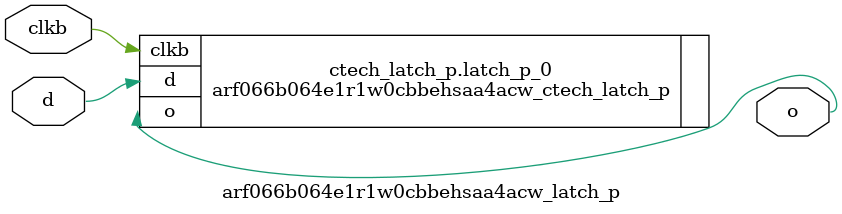
<source format=sv>

`ifndef ARF066B064E1R1W0CBBEHSAA4ACW_LATCH_P_SV
`define ARF066B064E1R1W0CBBEHSAA4ACW_LATCH_P_SV

module arf066b064e1r1w0cbbehsaa4acw_latch_p #
(
  parameter CTECH = 1
)
(
  output logic o,
  input  logic d,
  input  logic clkb
);

  if (CTECH == 1) begin: ctech_latch_p
    arf066b064e1r1w0cbbehsaa4acw_ctech_latch_p latch_p_0 (.o(o),.d(d),.clkb(clkb));
  end
  else begin
    always_latch begin
      if (~clkb) begin
        o <= d;
      end
    end
  end

endmodule // arf066b064e1r1w0cbbehsaa4acw_latch_p

`endif // ARF066B064E1R1W0CBBEHSAA4ACW_LATCH_P_SV
</source>
